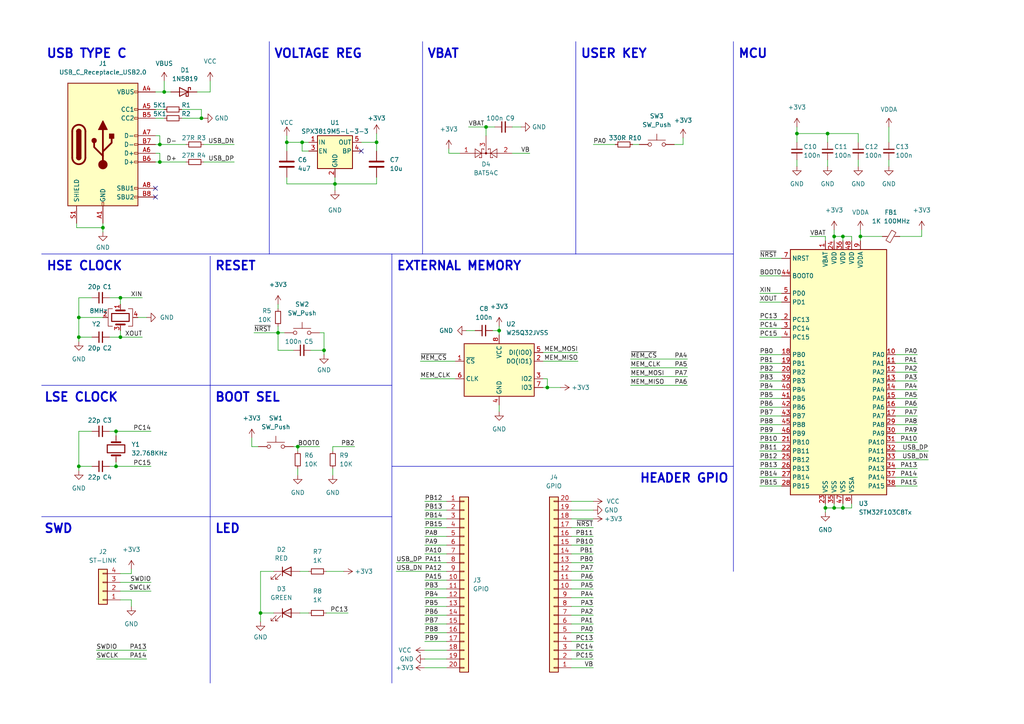
<source format=kicad_sch>
(kicad_sch (version 20230121) (generator eeschema)
  (paper "A4")
  (title_block (title "STM32 PICO PILL ") (date "2023-02-05") (rev "1.0"))
  (lib_symbols
    (symbol "Connector:USB_C_Receptacle_USB2.0" (pin_names (offset 1.016))
      (property "Reference" "J" (at -10.16 19.05 0))
      (property "Value" "USB_C_Receptacle_USB2.0" (at 19.05 19.05 0))
      (symbol "USB_C_Receptacle_USB2.0_1_1"
        (pin passive line (at 0 -22.86 90) (length 5.08) (name "GND") (number "A1"))
        (pin passive line (at 0 -22.86 90) (length 5.08) hide (name "GND") (number "A12"))
        (pin passive line (at 15.24 15.24 180) (length 5.08) (name "VBUS") (number "A4"))
        (pin bidirectional line (at 15.24 10.16 180) (length 5.08) (name "CC1") (number "A5"))
        (pin bidirectional line (at 15.24 -2.54 180) (length 5.08) (name "D+") (number "A6"))
        (pin bidirectional line (at 15.24 2.54 180) (length 5.08) (name "D-") (number "A7"))
        (pin bidirectional line (at 15.24 -12.7 180) (length 5.08) (name "SBU1") (number "A8"))
        (pin passive line (at 15.24 15.24 180) (length 5.08) hide (name "VBUS") (number "A9"))
        (pin passive line (at 0 -22.86 90) (length 5.08) hide (name "GND") (number "B1"))
        (pin passive line (at 0 -22.86 90) (length 5.08) hide (name "GND") (number "B12"))
        (pin passive line (at 15.24 15.24 180) (length 5.08) hide (name "VBUS") (number "B4"))
        (pin bidirectional line (at 15.24 7.62 180) (length 5.08) (name "CC2") (number "B5"))
        (pin bidirectional line (at 15.24 -5.08 180) (length 5.08) (name "D+") (number "B6"))
        (pin bidirectional line (at 15.24 0 180) (length 5.08) (name "D-") (number "B7"))
        (pin bidirectional line (at 15.24 -15.24 180) (length 5.08) (name "SBU2") (number "B8"))
        (pin passive line (at 15.24 15.24 180) (length 5.08) hide (name "VBUS") (number "B9"))
        (pin passive line (at -7.62 -22.86 90) (length 5.08) (name "SHIELD") (number "S1"))
      )
    )
    (symbol "Connector_Generic:Conn_01x04" (pin_names (offset 1.016) hide)
      (property "Reference" "J" (at 0 5.08 0))
      (property "Value" "Conn_01x04" (at 0 -7.62 0))
      (symbol "Conn_01x04_1_1"
        (pin passive line (at -5.08 2.54 0) (length 3.81) (name "Pin_1") (number "1"))
        (pin passive line (at -5.08 0 0) (length 3.81) (name "Pin_2") (number "2"))
        (pin passive line (at -5.08 -2.54 0) (length 3.81) (name "Pin_3") (number "3"))
        (pin passive line (at -5.08 -5.08 0) (length 3.81) (name "Pin_4") (number "4"))
      )
    )
    (symbol "Connector_Generic:Conn_01x20" (pin_names (offset 1.016) hide)
      (property "Reference" "J" (at 0 25.4 0))
      (property "Value" "Conn_01x20" (at 0 -27.94 0))
      (symbol "Conn_01x20_1_1"
        (pin passive line (at -5.08 22.86 0) (length 3.81) (name "Pin_1") (number "1"))
        (pin passive line (at -5.08 0 0) (length 3.81) (name "Pin_10") (number "10"))
        (pin passive line (at -5.08 -2.54 0) (length 3.81) (name "Pin_11") (number "11"))
        (pin passive line (at -5.08 -5.08 0) (length 3.81) (name "Pin_12") (number "12"))
        (pin passive line (at -5.08 -7.62 0) (length 3.81) (name "Pin_13") (number "13"))
        (pin passive line (at -5.08 -10.16 0) (length 3.81) (name "Pin_14") (number "14"))
        (pin passive line (at -5.08 -12.7 0) (length 3.81) (name "Pin_15") (number "15"))
        (pin passive line (at -5.08 -15.24 0) (length 3.81) (name "Pin_16") (number "16"))
        (pin passive line (at -5.08 -17.78 0) (length 3.81) (name "Pin_17") (number "17"))
        (pin passive line (at -5.08 -20.32 0) (length 3.81) (name "Pin_18") (number "18"))
        (pin passive line (at -5.08 -22.86 0) (length 3.81) (name "Pin_19") (number "19"))
        (pin passive line (at -5.08 20.32 0) (length 3.81) (name "Pin_2") (number "2"))
        (pin passive line (at -5.08 -25.4 0) (length 3.81) (name "Pin_20") (number "20"))
        (pin passive line (at -5.08 17.78 0) (length 3.81) (name "Pin_3") (number "3"))
        (pin passive line (at -5.08 15.24 0) (length 3.81) (name "Pin_4") (number "4"))
        (pin passive line (at -5.08 12.7 0) (length 3.81) (name "Pin_5") (number "5"))
        (pin passive line (at -5.08 10.16 0) (length 3.81) (name "Pin_6") (number "6"))
        (pin passive line (at -5.08 7.62 0) (length 3.81) (name "Pin_7") (number "7"))
        (pin passive line (at -5.08 5.08 0) (length 3.81) (name "Pin_8") (number "8"))
        (pin passive line (at -5.08 2.54 0) (length 3.81) (name "Pin_9") (number "9"))
      )
    )
    (symbol "Device:C" (pin_numbers hide) (pin_names (offset 0.254))
      (property "Reference" "C" (at 0.635 2.54 0))
      (property "Value" "C" (at 0.635 -2.54 0))
      (symbol "C_1_1"
        (pin passive line (at 0 3.81 270) (length 2.794) (name "~") (number "1"))
        (pin passive line (at 0 -3.81 90) (length 2.794) (name "~") (number "2"))
      )
    )
    (symbol "Device:C_Small" (pin_numbers hide) (pin_names (offset 0.254) hide)
      (property "Reference" "C" (at 0.254 1.778 0))
      (property "Value" "C_Small" (at 0.254 -2.032 0))
      (symbol "C_Small_1_1"
        (pin passive line (at 0 2.54 270) (length 2.032) (name "~") (number "1"))
        (pin passive line (at 0 -2.54 90) (length 2.032) (name "~") (number "2"))
      )
    )
    (symbol "Device:Crystal" (pin_numbers hide) (pin_names (offset 1.016) hide)
      (property "Reference" "Y" (at 0 3.81 0))
      (property "Value" "Crystal" (at 0 -3.81 0))
      (symbol "Crystal_1_1"
        (pin passive line (at -3.81 0 0) (length 1.27) (name "1") (number "1"))
        (pin passive line (at 3.81 0 180) (length 1.27) (name "2") (number "2"))
      )
    )
    (symbol "Device:Crystal_GND24" (pin_names (offset 1.016) hide)
      (property "Reference" "Y" (at 3.175 5.08 0))
      (property "Value" "Crystal_GND24" (at 3.175 3.175 0))
      (symbol "Crystal_GND24_1_1"
        (pin passive line (at -3.81 0 0) (length 1.27) (name "1") (number "1"))
        (pin passive line (at 0 5.08 270) (length 1.27) (name "2") (number "2"))
        (pin passive line (at 3.81 0 180) (length 1.27) (name "3") (number "3"))
        (pin passive line (at 0 -5.08 90) (length 1.27) (name "4") (number "4"))
      )
    )
    (symbol "Device:FerriteBead_Small" (pin_numbers hide) (pin_names (offset 0))
      (property "Reference" "FB" (at 1.905 1.27 0))
      (property "Value" "FerriteBead_Small" (at 1.905 -1.27 0))
      (symbol "FerriteBead_Small_1_1"
        (pin passive line (at 0 2.54 270) (length 1.27) (name "~") (number "1"))
        (pin passive line (at 0 -2.54 90) (length 1.27) (name "~") (number "2"))
      )
    )
    (symbol "Device:LED" (pin_numbers hide) (pin_names (offset 1.016) hide)
      (property "Reference" "D" (at 0 2.54 0))
      (property "Value" "LED" (at 0 -2.54 0))
      (symbol "LED_1_1"
        (pin passive line (at -3.81 0 0) (length 2.54) (name "K") (number "1"))
        (pin passive line (at 3.81 0 180) (length 2.54) (name "A") (number "2"))
      )
    )
    (symbol "Device:R_Small" (pin_numbers hide) (pin_names (offset 0.254) hide)
      (property "Reference" "R" (at 0.762 0.508 0))
      (property "Value" "R_Small" (at 0.762 -1.016 0))
      (symbol "R_Small_1_1"
        (pin passive line (at 0 2.54 270) (length 0.762) (name "~") (number "1"))
        (pin passive line (at 0 -2.54 90) (length 0.762) (name "~") (number "2"))
      )
    )
    (symbol "Diode:1N5819" (pin_numbers hide) (pin_names (offset 1.016) hide)
      (property "Reference" "D" (at 0 2.54 0))
      (property "Value" "1N5819" (at 0 -2.54 0))
      (symbol "1N5819_1_1"
        (pin passive line (at -3.81 0 0) (length 2.54) (name "K") (number "1"))
        (pin passive line (at 3.81 0 180) (length 2.54) (name "A") (number "2"))
      )
    )
    (symbol "Diode:BAT54C" (pin_names (offset 1.016))
      (property "Reference" "D" (at 0.635 -3.81 0))
      (property "Value" "BAT54C" (at -6.35 3.175 0))
      (symbol "BAT54C_1_1"
        (pin passive line (at -7.62 0 0) (length 3.81) (name "~") (number "1"))
        (pin passive line (at 7.62 0 180) (length 3.81) (name "~") (number "2"))
        (pin passive line (at 0 -5.08 90) (length 5.08) (name "~") (number "3"))
      )
    )
    (symbol "MCU_ST_STM32F1:STM32F103C8Tx"
      (property "Reference" "U" (at -15.24 36.83 0))
      (property "Value" "STM32F103C8Tx" (at 7.62 36.83 0))
      (symbol "STM32F103C8Tx_1_1"
        (pin power_in line (at -5.08 38.1 270) (length 2.54) (name "VBAT") (number "1"))
        (pin bidirectional line (at 15.24 5.08 180) (length 2.54) (name "PA0") (number "10"))
        (pin bidirectional line (at 15.24 2.54 180) (length 2.54) (name "PA1") (number "11"))
        (pin bidirectional line (at 15.24 0 180) (length 2.54) (name "PA2") (number "12"))
        (pin bidirectional line (at 15.24 -2.54 180) (length 2.54) (name "PA3") (number "13"))
        (pin bidirectional line (at 15.24 -5.08 180) (length 2.54) (name "PA4") (number "14"))
        (pin bidirectional line (at 15.24 -7.62 180) (length 2.54) (name "PA5") (number "15"))
        (pin bidirectional line (at 15.24 -10.16 180) (length 2.54) (name "PA6") (number "16"))
        (pin bidirectional line (at 15.24 -12.7 180) (length 2.54) (name "PA7") (number "17"))
        (pin bidirectional line (at -17.78 5.08 0) (length 2.54) (name "PB0") (number "18"))
        (pin bidirectional line (at -17.78 2.54 0) (length 2.54) (name "PB1") (number "19"))
        (pin bidirectional line (at -17.78 15.24 0) (length 2.54) (name "PC13") (number "2"))
        (pin bidirectional line (at -17.78 0 0) (length 2.54) (name "PB2") (number "20"))
        (pin bidirectional line (at -17.78 -20.32 0) (length 2.54) (name "PB10") (number "21"))
        (pin bidirectional line (at -17.78 -22.86 0) (length 2.54) (name "PB11") (number "22"))
        (pin power_in line (at -5.08 -38.1 90) (length 2.54) (name "VSS") (number "23"))
        (pin power_in line (at -2.54 38.1 270) (length 2.54) (name "VDD") (number "24"))
        (pin bidirectional line (at -17.78 -25.4 0) (length 2.54) (name "PB12") (number "25"))
        (pin bidirectional line (at -17.78 -27.94 0) (length 2.54) (name "PB13") (number "26"))
        (pin bidirectional line (at -17.78 -30.48 0) (length 2.54) (name "PB14") (number "27"))
        (pin bidirectional line (at -17.78 -33.02 0) (length 2.54) (name "PB15") (number "28"))
        (pin bidirectional line (at 15.24 -15.24 180) (length 2.54) (name "PA8") (number "29"))
        (pin bidirectional line (at -17.78 12.7 0) (length 2.54) (name "PC14") (number "3"))
        (pin bidirectional line (at 15.24 -17.78 180) (length 2.54) (name "PA9") (number "30"))
        (pin bidirectional line (at 15.24 -20.32 180) (length 2.54) (name "PA10") (number "31"))
        (pin bidirectional line (at 15.24 -22.86 180) (length 2.54) (name "PA11") (number "32"))
        (pin bidirectional line (at 15.24 -25.4 180) (length 2.54) (name "PA12") (number "33"))
        (pin bidirectional line (at 15.24 -27.94 180) (length 2.54) (name "PA13") (number "34"))
        (pin power_in line (at -2.54 -38.1 90) (length 2.54) (name "VSS") (number "35"))
        (pin power_in line (at 0 38.1 270) (length 2.54) (name "VDD") (number "36"))
        (pin bidirectional line (at 15.24 -30.48 180) (length 2.54) (name "PA14") (number "37"))
        (pin bidirectional line (at 15.24 -33.02 180) (length 2.54) (name "PA15") (number "38"))
        (pin bidirectional line (at -17.78 -2.54 0) (length 2.54) (name "PB3") (number "39"))
        (pin bidirectional line (at -17.78 10.16 0) (length 2.54) (name "PC15") (number "4"))
        (pin bidirectional line (at -17.78 -5.08 0) (length 2.54) (name "PB4") (number "40"))
        (pin bidirectional line (at -17.78 -7.62 0) (length 2.54) (name "PB5") (number "41"))
        (pin bidirectional line (at -17.78 -10.16 0) (length 2.54) (name "PB6") (number "42"))
        (pin bidirectional line (at -17.78 -12.7 0) (length 2.54) (name "PB7") (number "43"))
        (pin input line (at -17.78 27.94 0) (length 2.54) (name "BOOT0") (number "44"))
        (pin bidirectional line (at -17.78 -15.24 0) (length 2.54) (name "PB8") (number "45"))
        (pin bidirectional line (at -17.78 -17.78 0) (length 2.54) (name "PB9") (number "46"))
        (pin power_in line (at 0 -38.1 90) (length 2.54) (name "VSS") (number "47"))
        (pin power_in line (at 2.54 38.1 270) (length 2.54) (name "VDD") (number "48"))
        (pin input line (at -17.78 22.86 0) (length 2.54) (name "PD0") (number "5"))
        (pin input line (at -17.78 20.32 0) (length 2.54) (name "PD1") (number "6"))
        (pin input line (at -17.78 33.02 0) (length 2.54) (name "NRST") (number "7"))
        (pin power_in line (at 2.54 -38.1 90) (length 2.54) (name "VSSA") (number "8"))
        (pin power_in line (at 5.08 38.1 270) (length 2.54) (name "VDDA") (number "9"))
      )
    )
    (symbol "Memory_Flash:W25Q32JVSS"
      (property "Reference" "U" (at -8.89 8.89 0))
      (property "Value" "W25Q32JVSS" (at 7.62 8.89 0))
      (symbol "W25Q32JVSS_1_1"
        (pin input line (at -12.7 2.54 0) (length 2.54) (name "~{CS}") (number "1"))
        (pin bidirectional line (at 12.7 2.54 180) (length 2.54) (name "DO(IO1)") (number "2"))
        (pin bidirectional line (at 12.7 -2.54 180) (length 2.54) (name "IO2") (number "3"))
        (pin power_in line (at 0 -10.16 90) (length 2.54) (name "GND") (number "4"))
        (pin bidirectional line (at 12.7 5.08 180) (length 2.54) (name "DI(IO0)") (number "5"))
        (pin input line (at -12.7 -2.54 0) (length 2.54) (name "CLK") (number "6"))
        (pin bidirectional line (at 12.7 -5.08 180) (length 2.54) (name "IO3") (number "7"))
        (pin power_in line (at 0 10.16 270) (length 2.54) (name "VCC") (number "8"))
      )
    )
    (symbol "Regulator_Linear:SPX3819M5-L-3-3" (pin_names (offset 0.254))
      (property "Reference" "U" (at -3.81 5.715 0))
      (property "Value" "SPX3819M5-L-3-3" (at 0 5.715 0))
      (symbol "SPX3819M5-L-3-3_1_1"
        (pin power_in line (at -7.62 2.54 0) (length 2.54) (name "IN") (number "1"))
        (pin power_in line (at 0 -7.62 90) (length 2.54) (name "GND") (number "2"))
        (pin input line (at -7.62 0 0) (length 2.54) (name "EN") (number "3"))
        (pin input line (at 7.62 0 180) (length 2.54) (name "BP") (number "4"))
        (pin power_out line (at 7.62 2.54 180) (length 2.54) (name "OUT") (number "5"))
      )
    )
    (symbol "Switch:SW_Push" (pin_numbers hide) (pin_names (offset 1.016) hide)
      (property "Reference" "SW" (at 1.27 2.54 0))
      (property "Value" "SW_Push" (at 0 -1.524 0))
      (symbol "SW_Push_0_1"
        (pin passive line (at -5.08 0 0) (length 2.54) (name "1") (number "1"))
        (pin passive line (at 5.08 0 180) (length 2.54) (name "2") (number "2"))
      )
    )
    (symbol "power:+3V3" (power) (pin_names (offset 0))
      (property "Value" "+3V3" (at 0 3.556 0))
      (symbol "+3V3_1_1"
        (pin power_in line (at 0 0 90) (length 0) hide (name "+3V3") (number "1"))
      )
    )
    (symbol "power:GND" (power) (pin_names (offset 0))
      (property "Value" "GND" (at 0 -3.81 0))
      (symbol "GND_1_1"
        (pin power_in line (at 0 0 270) (length 0) hide (name "GND") (number "1"))
      )
    )
    (symbol "power:VBUS" (power) (pin_names (offset 0))
      (property "Value" "VBUS" (at 0 3.81 0))
      (symbol "VBUS_1_1"
        (pin power_in line (at 0 0 90) (length 0) hide (name "VBUS") (number "1"))
      )
    )
    (symbol "power:VCC" (power) (pin_names (offset 0))
      (property "Value" "VCC" (at 0 3.81 0))
      (symbol "VCC_1_1"
        (pin power_in line (at 0 0 90) (length 0) hide (name "VCC") (number "1"))
      )
    )
    (symbol "power:VDDA" (power) (pin_names (offset 0))
      (property "Value" "VDDA" (at 0 3.81 0))
      (symbol "VDDA_1_1"
        (pin power_in line (at 0 0 90) (length 0) hide (name "VDDA") (number "1"))
      )
    )
  )
  (junction (at 80.645 96.52))
  (junction (at 83.185 41.275))
  (junction (at 158.75 112.395))
  (junction (at 34.925 86.36))
  (junction (at 241.935 147.32))
  (junction (at 34.925 97.79))
  (junction (at 47.625 26.67))
  (junction (at 46.355 41.91))
  (junction (at 75.565 177.8))
  (junction (at 244.475 68.58))
  (junction (at 22.86 135.255))
  (junction (at 140.97 36.83))
  (junction (at 33.655 125.095))
  (junction (at 231.14 38.735))
  (junction (at 87.63 41.275))
  (junction (at 97.155 53.34))
  (junction (at 29.845 66.04))
  (junction (at 249.555 68.58))
  (junction (at 240.03 38.735))
  (junction (at 109.22 41.275))
  (junction (at 58.42 34.29))
  (junction (at 241.935 68.58))
  (junction (at 22.86 92.075))
  (junction (at 86.36 129.54))
  (junction (at 46.355 46.99))
  (junction (at 144.78 95.885))
  (junction (at 93.98 101.6))
  (junction (at 244.475 147.32))
  (junction (at 22.86 97.79))
  (junction (at 33.655 135.255))
  (junction (at 239.395 147.32))
  (no_connect (at 45.085 54.61))
  (no_connect (at 45.085 57.15))
  (no_connect (at 104.775 43.815))
  (wire (pts (xy 34.925 166.37) (xy 38.1 166.37)))
  (wire (pts (xy 165.735 168.275) (xy 172.085 168.275)))
  (wire (pts (xy 172.085 147.955) (xy 165.735 147.955)))
  (wire (pts (xy 31.75 97.79) (xy 34.925 97.79)))
  (wire (pts (xy 259.715 128.27) (xy 266.065 128.27)))
  (wire (pts (xy 123.19 178.435) (xy 129.54 178.435)))
  (wire (pts (xy 140.97 36.83) (xy 143.51 36.83)))
  (wire (pts (xy 45.085 41.91) (xy 46.355 41.91)))
  (wire (pts (xy 86.995 165.735) (xy 89.535 165.735)))
  (wire (pts (xy 130.175 43.18) (xy 130.175 44.45)))
  (wire (pts (xy 239.395 68.58) (xy 239.395 69.85)))
  (wire (pts (xy 73.025 129.54) (xy 74.93 129.54)))
  (wire (pts (xy 94.615 165.735) (xy 99.695 165.735)))
  (polyline (pts (xy 60.96 74.295) (xy 60.96 198.12)))
  (wire (pts (xy 83.185 41.275) (xy 83.185 43.815)))
  (wire (pts (xy 59.055 41.91) (xy 67.945 41.91)))
  (wire (pts (xy 220.345 85.09) (xy 226.695 85.09)))
  (wire (pts (xy 45.085 44.45) (xy 46.355 44.45)))
  (wire (pts (xy 34.925 173.99) (xy 38.1 173.99)))
  (wire (pts (xy 259.715 113.03) (xy 266.065 113.03)))
  (wire (pts (xy 231.14 46.355) (xy 231.14 48.26)))
  (wire (pts (xy 114.935 163.195) (xy 129.54 163.195)))
  (wire (pts (xy 121.92 109.855) (xy 132.08 109.855)))
  (wire (pts (xy 34.925 97.79) (xy 34.925 95.885)))
  (wire (pts (xy 22.86 97.79) (xy 26.67 97.79)))
  (wire (pts (xy 148.59 36.83) (xy 151.13 36.83)))
  (wire (pts (xy 259.715 135.89) (xy 266.065 135.89)))
  (wire (pts (xy 80.645 94.615) (xy 80.645 96.52)))
  (wire (pts (xy 249.555 68.58) (xy 249.555 69.85)))
  (wire (pts (xy 46.355 46.99) (xy 53.975 46.99)))
  (wire (pts (xy 259.715 140.97) (xy 266.065 140.97)))
  (wire (pts (xy 259.715 123.19) (xy 266.065 123.19)))
  (wire (pts (xy 90.17 101.6) (xy 93.98 101.6)))
  (wire (pts (xy 165.735 165.735) (xy 172.085 165.735)))
  (wire (pts (xy 172.085 188.595) (xy 165.735 188.595)))
  (wire (pts (xy 38.1 166.37) (xy 38.1 165.1)))
  (wire (pts (xy 248.92 38.735) (xy 248.92 41.275)))
  (wire (pts (xy 86.36 135.89) (xy 86.36 137.795)))
  (wire (pts (xy 123.19 188.595) (xy 129.54 188.595)))
  (wire (pts (xy 58.42 34.29) (xy 59.055 34.29)))
  (wire (pts (xy 22.86 97.79) (xy 22.86 99.06)))
  (wire (pts (xy 123.19 145.415) (xy 129.54 145.415)))
  (wire (pts (xy 114.935 165.735) (xy 129.54 165.735)))
  (polyline (pts (xy 12.065 73.66) (xy 212.725 73.66)))
  (wire (pts (xy 240.03 46.355) (xy 240.03 48.26)))
  (wire (pts (xy 157.48 109.855) (xy 158.75 109.855)))
  (wire (pts (xy 260.985 68.58) (xy 267.335 68.58)))
  (wire (pts (xy 220.345 87.63) (xy 226.695 87.63)))
  (wire (pts (xy 198.12 41.91) (xy 198.12 40.005)))
  (wire (pts (xy 158.75 112.395) (xy 162.56 112.395)))
  (wire (pts (xy 52.705 31.75) (xy 58.42 31.75)))
  (wire (pts (xy 259.715 105.41) (xy 266.065 105.41)))
  (wire (pts (xy 220.345 125.73) (xy 226.695 125.73)))
  (wire (pts (xy 93.98 101.6) (xy 93.98 102.87)))
  (wire (pts (xy 31.75 135.255) (xy 33.655 135.255)))
  (wire (pts (xy 259.715 120.65) (xy 266.065 120.65)))
  (wire (pts (xy 97.155 53.34) (xy 97.155 55.245)))
  (wire (pts (xy 183.515 41.91) (xy 185.42 41.91)))
  (wire (pts (xy 22.86 92.075) (xy 22.86 97.79)))
  (wire (pts (xy 26.67 86.36) (xy 22.86 86.36)))
  (wire (pts (xy 234.95 68.58) (xy 239.395 68.58)))
  (wire (pts (xy 135.89 36.83) (xy 140.97 36.83)))
  (polyline (pts (xy 212.725 12.065) (xy 212.725 165.735)))
  (polyline (pts (xy 12.065 111.76) (xy 113.665 111.76)))
  (polyline (pts (xy 122.555 12.065) (xy 122.555 73.66)))
  (wire (pts (xy 172.085 145.415) (xy 165.735 145.415)))
  (wire (pts (xy 58.42 31.75) (xy 58.42 34.29)))
  (wire (pts (xy 123.19 186.055) (xy 129.54 186.055)))
  (wire (pts (xy 27.94 191.135) (xy 42.545 191.135)))
  (wire (pts (xy 93.98 96.52) (xy 93.98 101.6)))
  (polyline (pts (xy 113.665 135.255) (xy 212.725 135.255)))
  (wire (pts (xy 220.345 128.27) (xy 226.695 128.27)))
  (wire (pts (xy 52.705 34.29) (xy 58.42 34.29)))
  (wire (pts (xy 129.54 155.575) (xy 123.19 155.575)))
  (wire (pts (xy 244.475 147.32) (xy 241.935 147.32)))
  (wire (pts (xy 109.22 38.735) (xy 109.22 41.275)))
  (wire (pts (xy 129.54 160.655) (xy 123.19 160.655)))
  (wire (pts (xy 220.345 110.49) (xy 226.695 110.49)))
  (polyline (pts (xy 78.105 12.065) (xy 78.105 73.66)))
  (wire (pts (xy 172.085 150.495) (xy 165.735 150.495)))
  (wire (pts (xy 45.085 46.99) (xy 46.355 46.99)))
  (wire (pts (xy 259.715 118.11) (xy 266.065 118.11)))
  (wire (pts (xy 33.655 125.095) (xy 33.655 126.365)))
  (wire (pts (xy 123.19 150.495) (xy 129.54 150.495)))
  (polyline (pts (xy 113.665 73.66) (xy 113.665 198.12)))
  (wire (pts (xy 22.86 92.075) (xy 29.845 92.075)))
  (wire (pts (xy 96.52 135.89) (xy 96.52 137.795)))
  (wire (pts (xy 22.86 135.255) (xy 26.67 135.255)))
  (wire (pts (xy 86.36 129.54) (xy 86.36 130.81)))
  (wire (pts (xy 172.085 163.195) (xy 165.735 163.195)))
  (wire (pts (xy 165.735 180.975) (xy 172.085 180.975)))
  (wire (pts (xy 220.345 118.11) (xy 226.695 118.11)))
  (wire (pts (xy 165.735 173.355) (xy 172.085 173.355)))
  (wire (pts (xy 59.055 46.99) (xy 67.945 46.99)))
  (wire (pts (xy 220.345 105.41) (xy 226.695 105.41)))
  (wire (pts (xy 87.63 43.815) (xy 87.63 41.275)))
  (wire (pts (xy 43.815 171.45) (xy 34.925 171.45)))
  (wire (pts (xy 33.655 135.255) (xy 43.815 135.255)))
  (wire (pts (xy 29.845 66.04) (xy 29.845 67.31)))
  (wire (pts (xy 33.655 125.095) (xy 43.815 125.095)))
  (wire (pts (xy 75.565 177.8) (xy 79.375 177.8)))
  (wire (pts (xy 40.005 92.075) (xy 42.545 92.075)))
  (wire (pts (xy 22.225 64.77) (xy 22.225 66.04)))
  (wire (pts (xy 247.015 68.58) (xy 244.475 68.58)))
  (wire (pts (xy 123.19 153.035) (xy 129.54 153.035)))
  (wire (pts (xy 239.395 146.05) (xy 239.395 147.32)))
  (wire (pts (xy 220.345 102.87) (xy 226.695 102.87)))
  (wire (pts (xy 220.345 74.93) (xy 226.695 74.93)))
  (wire (pts (xy 45.085 31.75) (xy 47.625 31.75)))
  (wire (pts (xy 75.565 165.735) (xy 75.565 177.8)))
  (wire (pts (xy 123.19 180.975) (xy 129.54 180.975)))
  (wire (pts (xy 123.19 170.815) (xy 129.54 170.815)))
  (wire (pts (xy 259.715 125.73) (xy 266.065 125.73)))
  (wire (pts (xy 80.645 101.6) (xy 80.645 96.52)))
  (wire (pts (xy 109.22 51.435) (xy 109.22 53.34)))
  (wire (pts (xy 144.78 117.475) (xy 144.78 119.38)))
  (wire (pts (xy 123.19 183.515) (xy 129.54 183.515)))
  (wire (pts (xy 172.085 158.115) (xy 165.735 158.115)))
  (wire (pts (xy 96.52 129.54) (xy 102.87 129.54)))
  (wire (pts (xy 240.03 38.735) (xy 240.03 41.275)))
  (wire (pts (xy 220.345 123.19) (xy 226.695 123.19)))
  (wire (pts (xy 172.085 193.675) (xy 165.735 193.675)))
  (wire (pts (xy 231.14 38.735) (xy 231.14 41.275)))
  (wire (pts (xy 46.355 39.37) (xy 46.355 41.91)))
  (wire (pts (xy 34.925 86.36) (xy 34.925 88.265)))
  (wire (pts (xy 73.025 127) (xy 73.025 129.54)))
  (wire (pts (xy 249.555 66.675) (xy 249.555 68.58)))
  (wire (pts (xy 29.845 64.77) (xy 29.845 66.04)))
  (wire (pts (xy 45.085 34.29) (xy 47.625 34.29)))
  (wire (pts (xy 259.715 110.49) (xy 266.065 110.49)))
  (wire (pts (xy 259.715 102.87) (xy 266.065 102.87)))
  (wire (pts (xy 87.63 41.275) (xy 83.185 41.275)))
  (wire (pts (xy 26.67 125.095) (xy 22.86 125.095)))
  (wire (pts (xy 172.085 153.035) (xy 165.735 153.035)))
  (wire (pts (xy 75.565 177.8) (xy 75.565 180.34)))
  (wire (pts (xy 244.475 68.58) (xy 244.475 69.85)))
  (polyline (pts (xy 12.065 149.86) (xy 113.665 149.86)))
  (wire (pts (xy 45.085 39.37) (xy 46.355 39.37)))
  (wire (pts (xy 158.75 109.855) (xy 158.75 112.395)))
  (wire (pts (xy 220.345 80.01) (xy 226.695 80.01)))
  (wire (pts (xy 241.935 66.675) (xy 241.935 68.58)))
  (wire (pts (xy 259.715 133.35) (xy 269.24 133.35)))
  (wire (pts (xy 38.1 173.99) (xy 38.1 175.895)))
  (wire (pts (xy 220.345 133.35) (xy 226.695 133.35)))
  (wire (pts (xy 22.86 125.095) (xy 22.86 135.255)))
  (wire (pts (xy 109.22 41.275) (xy 109.22 43.815)))
  (wire (pts (xy 75.565 165.735) (xy 79.375 165.735)))
  (wire (pts (xy 121.92 104.775) (xy 132.08 104.775)))
  (wire (pts (xy 165.735 183.515) (xy 172.085 183.515)))
  (wire (pts (xy 220.345 140.97) (xy 226.695 140.97)))
  (wire (pts (xy 34.925 86.36) (xy 41.275 86.36)))
  (wire (pts (xy 247.015 146.05) (xy 247.015 147.32)))
  (wire (pts (xy 248.92 46.355) (xy 248.92 48.26)))
  (wire (pts (xy 46.355 44.45) (xy 46.355 46.99)))
  (polyline (pts (xy 167.005 12.065) (xy 167.005 73.66)))
  (wire (pts (xy 231.14 36.83) (xy 231.14 38.735)))
  (wire (pts (xy 267.335 68.58) (xy 267.335 66.675)))
  (wire (pts (xy 135.255 95.885) (xy 137.795 95.885)))
  (wire (pts (xy 43.815 168.91) (xy 34.925 168.91)))
  (wire (pts (xy 144.78 95.885) (xy 144.78 97.155)))
  (wire (pts (xy 97.155 51.435) (xy 97.155 53.34)))
  (wire (pts (xy 157.48 102.235) (xy 167.64 102.235)))
  (wire (pts (xy 22.86 135.255) (xy 22.86 136.525)))
  (wire (pts (xy 172.085 41.91) (xy 178.435 41.91)))
  (wire (pts (xy 129.54 158.115) (xy 123.19 158.115)))
  (wire (pts (xy 142.875 95.885) (xy 144.78 95.885)))
  (wire (pts (xy 172.085 186.055) (xy 165.735 186.055)))
  (wire (pts (xy 92.71 96.52) (xy 93.98 96.52)))
  (wire (pts (xy 89.535 41.275) (xy 87.63 41.275)))
  (wire (pts (xy 247.015 147.32) (xy 244.475 147.32)))
  (wire (pts (xy 96.52 129.54) (xy 96.52 130.81)))
  (wire (pts (xy 257.81 46.355) (xy 257.81 48.26)))
  (wire (pts (xy 80.645 96.52) (xy 82.55 96.52)))
  (wire (pts (xy 27.94 188.595) (xy 42.545 188.595)))
  (wire (pts (xy 123.19 191.135) (xy 129.54 191.135)))
  (wire (pts (xy 130.175 44.45) (xy 133.35 44.45)))
  (wire (pts (xy 80.645 88.265) (xy 80.645 89.535)))
  (wire (pts (xy 85.09 101.6) (xy 80.645 101.6)))
  (wire (pts (xy 231.14 38.735) (xy 240.03 38.735)))
  (wire (pts (xy 34.925 97.79) (xy 41.275 97.79)))
  (wire (pts (xy 22.86 86.36) (xy 22.86 92.075)))
  (wire (pts (xy 259.715 130.81) (xy 269.24 130.81)))
  (wire (pts (xy 220.345 107.95) (xy 226.695 107.95)))
  (wire (pts (xy 240.03 38.735) (xy 248.92 38.735)))
  (wire (pts (xy 259.715 115.57) (xy 266.065 115.57)))
  (wire (pts (xy 241.935 146.05) (xy 241.935 147.32)))
  (wire (pts (xy 247.015 69.85) (xy 247.015 68.58)))
  (wire (pts (xy 172.085 160.655) (xy 165.735 160.655)))
  (wire (pts (xy 73.66 96.52) (xy 80.645 96.52)))
  (wire (pts (xy 109.22 53.34) (xy 97.155 53.34)))
  (wire (pts (xy 47.625 26.67) (xy 49.53 26.67)))
  (wire (pts (xy 31.75 86.36) (xy 34.925 86.36)))
  (wire (pts (xy 195.58 41.91) (xy 198.12 41.91)))
  (wire (pts (xy 123.19 175.895) (xy 129.54 175.895)))
  (wire (pts (xy 241.935 147.32) (xy 239.395 147.32)))
  (wire (pts (xy 86.36 129.54) (xy 92.71 129.54)))
  (wire (pts (xy 89.535 43.815) (xy 87.63 43.815)))
  (wire (pts (xy 165.735 170.815) (xy 172.085 170.815)))
  (wire (pts (xy 129.54 168.275) (xy 123.19 168.275)))
  (wire (pts (xy 249.555 68.58) (xy 255.905 68.58)))
  (wire (pts (xy 83.185 39.37) (xy 83.185 41.275)))
  (wire (pts (xy 104.775 41.275) (xy 109.22 41.275)))
  (wire (pts (xy 85.09 129.54) (xy 86.36 129.54)))
  (wire (pts (xy 83.185 53.34) (xy 97.155 53.34)))
  (wire (pts (xy 259.715 138.43) (xy 266.065 138.43)))
  (wire (pts (xy 22.225 66.04) (xy 29.845 66.04)))
  (wire (pts (xy 140.97 36.83) (xy 140.97 39.37)))
  (wire (pts (xy 46.355 41.91) (xy 53.975 41.91)))
  (wire (pts (xy 244.475 68.58) (xy 241.935 68.58)))
  (wire (pts (xy 182.88 109.22) (xy 199.39 109.22)))
  (wire (pts (xy 172.085 191.135) (xy 165.735 191.135)))
  (wire (pts (xy 220.345 130.81) (xy 226.695 130.81)))
  (wire (pts (xy 220.345 138.43) (xy 226.695 138.43)))
  (wire (pts (xy 144.78 94.615) (xy 144.78 95.885)))
  (wire (pts (xy 45.085 26.67) (xy 47.625 26.67)))
  (wire (pts (xy 182.88 111.76) (xy 199.39 111.76)))
  (wire (pts (xy 239.395 147.32) (xy 239.395 148.59)))
  (wire (pts (xy 241.935 68.58) (xy 241.935 69.85)))
  (wire (pts (xy 182.88 104.14) (xy 199.39 104.14)))
  (wire (pts (xy 148.59 44.45) (xy 153.67 44.45)))
  (wire (pts (xy 257.81 36.83) (xy 257.81 41.275)))
  (wire (pts (xy 182.88 106.68) (xy 199.39 106.68)))
  (wire (pts (xy 60.96 26.67) (xy 60.96 23.495)))
  (wire (pts (xy 220.345 120.65) (xy 226.695 120.65)))
  (wire (pts (xy 220.345 135.89) (xy 226.695 135.89)))
  (wire (pts (xy 220.345 92.71) (xy 226.695 92.71)))
  (wire (pts (xy 220.345 97.79) (xy 226.695 97.79)))
  (wire (pts (xy 31.75 125.095) (xy 33.655 125.095)))
  (wire (pts (xy 158.75 112.395) (xy 157.48 112.395)))
  (wire (pts (xy 259.715 107.95) (xy 266.065 107.95)))
  (wire (pts (xy 86.995 177.8) (xy 89.535 177.8)))
  (wire (pts (xy 172.085 155.575) (xy 165.735 155.575)))
  (wire (pts (xy 220.345 113.03) (xy 226.695 113.03)))
  (wire (pts (xy 123.19 173.355) (xy 129.54 173.355)))
  (wire (pts (xy 83.185 51.435) (xy 83.185 53.34)))
  (wire (pts (xy 165.735 175.895) (xy 172.085 175.895)))
  (wire (pts (xy 57.15 26.67) (xy 60.96 26.67)))
  (wire (pts (xy 123.19 147.955) (xy 129.54 147.955)))
  (wire (pts (xy 123.19 193.675) (xy 129.54 193.675)))
  (wire (pts (xy 47.625 26.67) (xy 47.625 23.495)))
  (wire (pts (xy 94.615 177.8) (xy 100.965 177.8)))
  (wire (pts (xy 220.345 115.57) (xy 226.695 115.57)))
  (wire (pts (xy 220.345 95.25) (xy 226.695 95.25)))
  (wire (pts (xy 244.475 146.05) (xy 244.475 147.32)))
  (wire (pts (xy 165.735 178.435) (xy 172.085 178.435)))
  (wire (pts (xy 157.48 104.775) (xy 167.64 104.775)))
  (wire (pts (xy 33.655 135.255) (xy 33.655 133.985)))
  (text "MCU" (at 213.995 17.145 0) (effects (font (size 2.54 2.54) (thickness 0.508) bold) (justify left bottom)))
  (text "RESET" (at 62.23 78.74 0) (effects (font (size 2.54 2.54) (thickness 0.508) bold) (justify left bottom)))
  (text "BOOT SEL" (at 62.23 116.84 0) (effects (font (size 2.54 2.54) (thickness 0.508) bold) (justify left bottom)))
  (text "HEADER GPIO" (at 185.42 140.335 0) (effects (font (size 2.54 2.54) (thickness 0.508) bold) (justify left bottom)))
  (text "EXTERNAL MEMORY" (at 114.935 78.74 0) (effects (font (size 2.54 2.54) (thickness 0.508) bold) (justify left bottom)))
  (text "VOLTAGE REG" (at 79.375 17.145 0) (effects (font (size 2.54 2.54) (thickness 0.508) bold) (justify left bottom)))
  (text "VBAT" (at 123.825 17.145 0) (effects (font (size 2.54 2.54) (thickness 0.508) bold) (justify left bottom)))
  (text "SWD" (at 12.7 154.94 0) (effects (font (size 2.54 2.54) (thickness 0.508) bold) (justify left bottom)))
  (text "USB TYPE C" (at 13.335 17.145 0) (effects (font (size 2.54 2.54) (thickness 0.508) bold) (justify left bottom)))
  (text "LED" (at 62.23 154.94 0) (effects (font (size 2.54 2.54) (thickness 0.508) bold) (justify left bottom)))
  (text "HSE CLOCK" (at 13.335 78.74 0) (effects (font (size 2.54 2.54) (thickness 0.508) bold) (justify left bottom)))
  (text "USER KEY" (at 168.275 17.145 0) (effects (font (size 2.54 2.54) (thickness 0.508) bold) (justify left bottom)))
  (text "LSE CLOCK" (at 12.7 116.84 0) (effects (font (size 2.54 2.54) (thickness 0.508) bold) (justify left bottom)))
  (label "~{MEM_CS}" (at 182.88 104.14 0))
  (label "PB15" (at 220.345 140.97 0))
  (label "PA3" (at 266.065 110.49 180))
  (label "PA6" (at 266.065 118.11 180))
  (label "PB2" (at 102.87 129.54 180))
  (label "SWDIO" (at 27.94 188.595 0))
  (label "PB3" (at 123.19 170.815 0))
  (label "PB7" (at 220.345 120.65 0))
  (label "PA10" (at 123.19 160.655 0))
  (label "PC13" (at 172.085 186.055 180))
  (label "PC13" (at 100.965 177.8 180))
  (label "PB9" (at 123.19 186.055 0))
  (label "MEM_MISO" (at 182.88 111.76 0))
  (label "PA2" (at 172.085 178.435 180))
  (label "PB1" (at 220.345 105.41 0))
  (label "PA5" (at 172.085 170.815 180))
  (label "PB2" (at 220.345 107.95 0))
  (label "PA14" (at 42.545 191.135 180))
  (label "PA7" (at 266.065 120.65 180))
  (label "PA4" (at 172.085 173.355 180))
  (label "XIN" (at 41.275 86.36 180))
  (label "PA4" (at 266.065 113.03 180))
  (label "PB6" (at 220.345 118.11 0))
  (label "PC14" (at 220.345 95.25 0))
  (label "PB13" (at 123.19 147.955 0))
  (label "PB15" (at 123.19 153.035 0))
  (label "PA0" (at 172.085 183.515 180))
  (label "PC15" (at 172.085 191.135 180))
  (label "PA10" (at 266.065 128.27 180))
  (label "PC13" (at 220.345 92.71 0))
  (label "PB3" (at 220.345 110.49 0))
  (label "PA2" (at 266.065 107.95 180))
  (label "PB10" (at 220.345 128.27 0))
  (label "PB13" (at 220.345 135.89 0))
  (label "PB8" (at 220.345 123.19 0))
  (label "PB11" (at 220.345 130.81 0))
  (label "USB_DP" (at 269.24 130.81 180))
  (label "PA6" (at 172.085 168.275 180))
  (label "USB_DN" (at 67.945 41.91 180))
  (label "SWCLK" (at 27.94 191.135 0))
  (label "PB6" (at 123.19 178.435 0))
  (label "PB11" (at 172.085 155.575 180))
  (label "PA7" (at 172.085 165.735 180))
  (label "PB0" (at 220.345 102.87 0))
  (label "BOOT0" (at 220.345 80.01 0))
  (label "PC15" (at 43.815 135.255 180))
  (label "USB_DN" (at 114.935 165.735 0))
  (label "PA7" (at 199.39 109.22 180))
  (label "PB14" (at 123.19 150.495 0))
  (label "PA8" (at 266.065 123.19 180))
  (label "PB4" (at 220.345 113.03 0))
  (label "~{NRST}" (at 73.66 96.52 0))
  (label "PC14" (at 172.085 188.595 180))
  (label "PA9" (at 266.065 125.73 180))
  (label "PC15" (at 220.345 97.79 0))
  (label "PA6" (at 199.39 111.76 180))
  (label "USB_DN" (at 269.24 133.35 180))
  (label "VB" (at 172.085 193.675 180))
  (label "PB4" (at 123.19 173.355 0))
  (label "PA4" (at 199.39 104.14 180))
  (label "PA0" (at 172.085 41.91 0))
  (label "XIN" (at 220.345 85.09 0))
  (label "PB9" (at 220.345 125.73 0))
  (label "PA3" (at 172.085 175.895 180))
  (label "USB_DP" (at 67.945 46.99 180))
  (label "MEM_MOSI" (at 182.88 109.22 0))
  (label "PA5" (at 266.065 115.57 180))
  (label "D-" (at 48.26 41.91 0))
  (label "PB10" (at 172.085 158.115 180))
  (label "PA15" (at 266.065 140.97 180))
  (label "PA11" (at 123.19 163.195 0))
  (label "PB5" (at 220.345 115.57 0))
  (label "MEM_CLK" (at 121.92 109.855 0))
  (label "USB_DP" (at 114.935 163.195 0))
  (label "BOOT0" (at 92.71 129.54 180))
  (label "MEM_MISO" (at 167.64 104.775 180))
  (label "SWDIO" (at 43.815 168.91 180))
  (label "PB12" (at 123.19 145.415 0))
  (label "PA15" (at 123.19 168.275 0))
  (label "PB5" (at 123.19 175.895 0))
  (label "PA12" (at 123.19 165.735 0))
  (label "PB1" (at 172.085 160.655 180))
  (label "PB12" (at 220.345 133.35 0))
  (label "D+" (at 48.26 46.99 0))
  (label "VBAT" (at 135.89 36.83 0))
  (label "PA1" (at 266.065 105.41 180))
  (label "PA13" (at 266.065 135.89 180))
  (label "PA8" (at 123.19 155.575 0))
  (label "PB14" (at 220.345 138.43 0))
  (label "VBAT" (at 234.95 68.58 0))
  (label "~{NRST}" (at 220.345 74.93 0))
  (label "PA14" (at 266.065 138.43 180))
  (label "MEM_MOSI" (at 167.64 102.235 180))
  (label "~{MEM_CS}" (at 121.92 104.775 0))
  (label "PA5" (at 199.39 106.68 180))
  (label "PB0" (at 172.085 163.195 180))
  (label "~{NRST}" (at 172.085 153.035 180))
  (label "MEM_CLK" (at 182.88 106.68 0))
  (label "XOUT" (at 41.275 97.79 180))
  (label "VB" (at 153.67 44.45 180))
  (label "PA13" (at 42.545 188.595 180))
  (label "SWCLK" (at 43.815 171.45 180))
  (label "PA0" (at 266.065 102.87 180))
  (label "PA1" (at 172.085 180.975 180))
  (label "PC14" (at 43.815 125.095 180))
  (label "PB8" (at 123.19 183.515 0))
  (label "PB7" (at 123.19 180.975 0))
  (label "XOUT" (at 220.345 87.63 0))
  (label "PA9" (at 123.19 158.115 0))
  (symbol (lib_id "power:GND") (at 22.86 136.525 0) (unit 1)
    (property "Reference" "#PWR02" (effects hide))
    (property "Value" "GND" (at 22.86 141.605 0))
  )
  (symbol (lib_id "Diode:1N5819") (at 53.34 26.67 0) (mirror y) (unit 1)
    (property "Reference" "D1" (at 53.6575 20.32 0))
    (property "Value" "1N5819" (at 53.6575 22.86 0))
    (property "Footprint" "Diode_SMD:D_SOD-323" (effects hide))
    (property "Datasheet" "http://www.vishay.com/docs/88525/1n5817.pdf" (effects hide))
    (property "LCSC Part Number" "C191023" (effects hide))
  )
  (symbol (lib_id "power:GND") (at 123.19 191.135 270) (unit 1)
    (property "Reference" "#PWR023" (effects hide))
    (property "Value" "GND" (at 120.015 191.1349 90) (effects (justify right)))
  )
  (symbol (lib_id "Device:C_Small") (at 29.21 97.79 90) (unit 1)
    (property "Reference" "C2" (at 31.115 100.965 90))
    (property "Value" "20p" (at 27.305 100.965 90))
    (property "Footprint" "Capacitor_SMD:C_0402_1005Metric" (effects hide))
    (property "LCSC Part Number" "C1554" (effects hide))
  )
  (symbol (lib_id "Device:C_Small") (at 231.14 43.815 0) (unit 1)
    (property "Reference" "C10" (at 233.045 42.545 0) (effects (justify left)))
    (property "Value" "100n" (at 233.045 45.085 0) (effects (justify left)))
    (property "Footprint" "Capacitor_SMD:C_0402_1005Metric" (effects hide))
    (property "LCSC Part Number" "C307331" (effects hide))
  )
  (symbol (lib_id "power:VCC") (at 83.185 39.37 0) (unit 1)
    (property "Reference" "#PWR014" (effects hide))
    (property "Value" "VCC" (at 83.185 35.56 0))
  )
  (symbol (lib_id "power:GND") (at 172.085 147.955 90) (mirror x) (unit 1)
    (property "Reference" "#PWR032" (effects hide))
    (property "Value" "GND" (at 175.26 147.9549 90) (effects (justify right)))
  )
  (symbol (lib_id "power:GND") (at 239.395 148.59 0) (unit 1)
    (property "Reference" "#PWR037" (effects hide))
    (property "Value" "GND" (at 239.395 153.67 0))
  )
  (symbol (lib_id "Switch:SW_Push") (at 190.5 41.91 0) (unit 1)
    (property "Reference" "SW3" (at 190.5 33.655 0))
    (property "Value" "SW_Push" (at 190.5 36.195 0))
    (property "Footprint" "Button_Switch_SMD:SW_Push_1P1T_NO_CK_KMR2" (effects hide))
    (property "LCSC Part Number" "C127488" (effects hide))
  )
  (symbol (lib_id "Device:LED") (at 83.185 165.735 0) (unit 1)
    (property "Reference" "D2" (at 81.5975 159.385 0))
    (property "Value" "RED" (at 81.5975 161.925 0))
    (property "Footprint" "LED_SMD:LED_0805_2012Metric" (effects hide))
    (property "LCSC Part Number" "C84256" (effects hide))
  )
  (symbol (lib_id "Device:C_Small") (at 240.03 43.815 0) (unit 1)
    (property "Reference" "C11" (at 241.935 42.545 0) (effects (justify left)))
    (property "Value" "100n" (at 241.935 45.085 0) (effects (justify left)))
    (property "Footprint" "Capacitor_SMD:C_0402_1005Metric" (effects hide))
    (property "LCSC Part Number" "C307331" (effects hide))
  )
  (symbol (lib_id "Device:C_Small") (at 257.81 43.815 0) (unit 1)
    (property "Reference" "C13" (at 259.715 42.545 0) (effects (justify left)))
    (property "Value" "100n" (at 259.715 45.085 0) (effects (justify left)))
    (property "Footprint" "Capacitor_SMD:C_0402_1005Metric" (effects hide))
    (property "LCSC Part Number" "C307331" (effects hide))
  )
  (symbol (lib_id "power:+3V3") (at 231.14 36.83 0) (unit 1)
    (property "Reference" "#PWR035" (effects hide))
    (property "Value" "+3V3" (at 231.14 31.115 0))
  )
  (symbol (lib_id "power:+3V3") (at 109.22 38.735 0) (unit 1)
    (property "Reference" "#PWR018" (effects hide))
    (property "Value" "+3V3" (at 109.22 34.29 0))
  )
  (symbol (lib_id "power:GND") (at 59.055 34.29 90) (unit 1)
    (property "Reference" "#PWR08" (effects hide))
    (property "Value" "GND" (at 62.23 34.2899 90) (effects (justify right)))
  )
  (symbol (lib_id "Connector:USB_C_Receptacle_USB2.0") (at 29.845 41.91 0) (unit 1) (in_bom no)
    (property "Reference" "J1" (at 29.845 18.415 0))
    (property "Value" "USB_C_Receptacle_USB2.0" (at 29.845 20.955 0))
    (property "Footprint" "Connector_USB:USB_C_Receptacle_G-Switch_GT-USB-7010ASV" (effects hide))
    (property "Datasheet" "https://www.usb.org/sites/default/files/documents/usb_type-c.zip" (effects hide))
  )
  (symbol (lib_id "power:+3V3") (at 172.085 150.495 270) (mirror x) (unit 1)
    (property "Reference" "#PWR033" (effects hide))
    (property "Value" "+3V3" (at 175.26 150.4949 90) (effects (justify left)))
  )
  (symbol (lib_id "Diode:BAT54C") (at 140.97 44.45 0) (mirror x) (unit 1)
    (property "Reference" "D4" (at 140.97 47.625 0))
    (property "Value" "BAT54C" (at 140.97 50.165 0))
    (property "Footprint" "Package_TO_SOT_SMD:SOT-23" (effects hide))
    (property "Datasheet" "http://www.diodes.com/_files/datasheets/ds11005.pdf" (effects hide))
    (property "LCSC Part Number" "C37704" (effects hide))
  )
  (symbol (lib_id "Device:C") (at 109.22 47.625 0) (unit 1)
    (property "Reference" "C7" (at 113.03 46.3549 0) (effects (justify left)))
    (property "Value" "10u" (at 113.03 48.8949 0) (effects (justify left)))
    (property "Footprint" "Capacitor_SMD:C_0603_1608Metric" (effects hide))
    (property "LCSC Part Number" "C19702" (effects hide))
  )
  (symbol (lib_id "power:+3V3") (at 123.19 193.675 90) (unit 1)
    (property "Reference" "#PWR024" (effects hide))
    (property "Value" "+3V3" (at 120.015 193.6749 90) (effects (justify left)))
  )
  (symbol (lib_id "Connector_Generic:Conn_01x20") (at 160.655 170.815 180) (unit 1) (in_bom no)
    (property "Reference" "J4" (at 160.655 138.43 0))
    (property "Value" "GPIO" (at 160.655 140.97 0))
    (property "Footprint" "castellated_hole_20p:castellated_20p" (effects hide))
  )
  (symbol (lib_id "Switch:SW_Push") (at 87.63 96.52 0) (unit 1)
    (property "Reference" "SW2" (at 87.63 88.265 0))
    (property "Value" "SW_Push" (at 87.63 90.805 0))
    (property "Footprint" "Button_Switch_SMD:SW_Push_1P1T_NO_CK_KMR2" (effects hide))
    (property "LCSC Part Number" "C127488" (effects hide))
  )
  (symbol (lib_id "power:GND") (at 93.98 102.87 0) (unit 1)
    (property "Reference" "#PWR016" (effects hide))
    (property "Value" "GND" (at 93.98 107.315 0))
  )
  (symbol (lib_id "Device:R_Small") (at 56.515 41.91 90) (unit 1)
    (property "Reference" "R3" (at 58.42 40.005 90))
    (property "Value" "27R" (at 54.61 40.005 90))
    (property "Footprint" "Resistor_SMD:R_0402_1005Metric" (effects hide))
    (property "LCSC Part Number" "C25092" (effects hide))
  )
  (symbol (lib_id "power:GND") (at 97.155 55.245 0) (unit 1)
    (property "Reference" "#PWR015" (effects hide))
    (property "Value" "GND" (at 97.155 60.96 0))
  )
  (symbol (lib_id "power:+3V3") (at 80.645 88.265 0) (unit 1)
    (property "Reference" "#PWR012" (effects hide))
    (property "Value" "+3V3" (at 80.645 82.55 0))
  )
  (symbol (lib_id "Device:R_Small") (at 92.075 165.735 90) (unit 1)
    (property "Reference" "R7" (at 92.075 160.02 90))
    (property "Value" "1K" (at 92.075 162.56 90))
    (property "Footprint" "Resistor_SMD:R_0402_1005Metric" (effects hide))
    (property "LCSC Part Number" "C11702" (effects hide))
  )
  (symbol (lib_id "power:GND") (at 96.52 137.795 0) (unit 1)
    (property "Reference" "#PWR017" (effects hide))
    (property "Value" "GND" (at 96.52 142.875 0))
  )
  (symbol (lib_id "power:GND") (at 231.14 48.26 0) (unit 1)
    (property "Reference" "#PWR036" (effects hide))
    (property "Value" "GND" (at 231.14 53.34 0))
  )
  (symbol (lib_id "power:GND") (at 257.81 48.26 0) (unit 1)
    (property "Reference" "#PWR043" (effects hide))
    (property "Value" "GND" (at 257.81 53.34 0))
  )
  (symbol (lib_id "Device:C_Small") (at 146.05 36.83 90) (unit 1)
    (property "Reference" "C9" (at 147.955 34.29 90))
    (property "Value" "100n" (at 143.51 34.29 90))
    (property "Footprint" "Capacitor_SMD:C_0402_1005Metric" (effects hide))
    (property "LCSC Part Number" "C307331" (effects hide))
  )
  (symbol (lib_id "power:VDDA") (at 257.81 36.83 0) (unit 1)
    (property "Reference" "#PWR042" (effects hide))
    (property "Value" "VDDA" (at 257.81 31.75 0))
  )
  (symbol (lib_id "power:GND") (at 135.255 95.885 270) (unit 1)
    (property "Reference" "#PWR026" (effects hide))
    (property "Value" "GND" (at 131.445 95.885 90) (effects (justify right)))
  )
  (symbol (lib_id "power:GND") (at 248.92 48.26 0) (unit 1)
    (property "Reference" "#PWR040" (effects hide))
    (property "Value" "GND" (at 248.92 53.34 0))
  )
  (symbol (lib_id "power:GND") (at 38.1 175.895 0) (mirror y) (unit 1)
    (property "Reference" "#PWR05" (effects hide))
    (property "Value" "GND" (at 38.1 180.975 0))
  )
  (symbol (lib_id "Device:Crystal") (at 33.655 130.175 90) (unit 1)
    (property "Reference" "Y1" (at 38.1 128.9049 90) (effects (justify right)))
    (property "Value" "32.768KHz" (at 38.1 131.4449 90) (effects (justify right)))
    (property "Footprint" "Crystal:Crystal_SMD_3215-2Pin_3.2x1.5mm" (effects hide))
    (property "LCSC Part Number" "C93232" (effects hide))
  )
  (symbol (lib_id "power:VCC") (at 123.19 188.595 90) (unit 1)
    (property "Reference" "#PWR022" (effects hide))
    (property "Value" "VCC" (at 119.38 188.5949 90) (effects (justify left)))
  )
  (symbol (lib_id "power:+3V3") (at 267.335 66.675 0) (unit 1)
    (property "Reference" "#PWR044" (effects hide))
    (property "Value" "+3V3" (at 267.335 60.96 0))
  )
  (symbol (lib_id "power:VDDA") (at 249.555 66.675 0) (unit 1)
    (property "Reference" "#PWR041" (effects hide))
    (property "Value" "VDDA" (at 249.555 61.595 0))
  )
  (symbol (lib_id "power:+3V3") (at 241.935 66.675 0) (unit 1)
    (property "Reference" "#PWR039" (effects hide))
    (property "Value" "+3V3" (at 241.935 60.96 0))
  )
  (symbol (lib_id "power:+3V3") (at 73.025 127 0) (unit 1)
    (property "Reference" "#PWR010" (effects hide))
    (property "Value" "+3V3" (at 73.025 121.285 0))
  )
  (symbol (lib_id "Device:C") (at 83.185 47.625 0) (unit 1)
    (property "Reference" "C6" (at 86.36 46.3549 0) (effects (justify left)))
    (property "Value" "4u7" (at 86.36 48.8949 0) (effects (justify left)))
    (property "Footprint" "Capacitor_SMD:C_0603_1608Metric" (effects hide))
    (property "LCSC Part Number" "C19666" (effects hide))
  )
  (symbol (lib_id "Device:R_Small") (at 86.36 133.35 0) (unit 1)
    (property "Reference" "R6" (at 88.265 132.0799 0) (effects (justify left)))
    (property "Value" "10K" (at 88.265 134.6199 0) (effects (justify left)))
    (property "Footprint" "Resistor_SMD:R_0402_1005Metric" (effects hide))
    (property "LCSC Part Number" "C25744" (effects hide))
  )
  (symbol (lib_id "power:GND") (at 86.36 137.795 0) (unit 1)
    (property "Reference" "#PWR013" (effects hide))
    (property "Value" "GND" (at 86.36 142.875 0))
  )
  (symbol (lib_id "Device:C_Small") (at 87.63 101.6 90) (unit 1)
    (property "Reference" "C5" (at 89.535 99.06 90))
    (property "Value" "100n" (at 85.09 99.06 90))
    (property "Footprint" "Capacitor_SMD:C_0402_1005Metric" (effects hide))
    (property "LCSC Part Number" "C307331" (effects hide))
  )
  (symbol (lib_id "power:+3V3") (at 144.78 94.615 0) (unit 1)
    (property "Reference" "#PWR027" (effects hide))
    (property "Value" "+3V3" (at 144.78 88.9 0))
  )
  (symbol (lib_id "Device:C_Small") (at 248.92 43.815 0) (unit 1)
    (property "Reference" "C12" (at 250.825 42.545 0) (effects (justify left)))
    (property "Value" "100n" (at 250.825 45.085 0) (effects (justify left)))
    (property "Footprint" "Capacitor_SMD:C_0402_1005Metric" (effects hide))
    (property "LCSC Part Number" "C307331" (effects hide))
  )
  (symbol (lib_id "Device:R_Small") (at 96.52 133.35 0) (unit 1)
    (property "Reference" "R9" (at 98.425 132.0799 0) (effects (justify left)))
    (property "Value" "10K" (at 98.425 134.6199 0) (effects (justify left)))
    (property "Footprint" "Resistor_SMD:R_0402_1005Metric" (effects hide))
    (property "LCSC Part Number" "C25744" (effects hide))
  )
  (symbol (lib_id "Device:C_Small") (at 29.21 135.255 90) (unit 1)
    (property "Reference" "C4" (at 31.115 138.43 90))
    (property "Value" "22p" (at 27.305 138.43 90))
    (property "Footprint" "Capacitor_SMD:C_0402_1005Metric" (effects hide))
    (property "LCSC Part Number" "C1555" (effects hide))
  )
  (symbol (lib_id "Device:R_Small") (at 56.515 46.99 90) (unit 1)
    (property "Reference" "R4" (at 58.42 45.085 90))
    (property "Value" "27R" (at 54.61 45.085 90))
    (property "Footprint" "Resistor_SMD:R_0402_1005Metric" (effects hide))
    (property "LCSC Part Number" "C25092" (effects hide))
  )
  (symbol (lib_id "Device:R_Small") (at 50.165 31.75 90) (unit 1)
    (property "Reference" "R1" (at 53.975 30.48 90))
    (property "Value" "5K1" (at 46.355 30.48 90))
    (property "Footprint" "Resistor_SMD:R_0402_1005Metric" (effects hide))
    (property "LCSC Part Number" "C25905" (effects hide))
  )
  (symbol (lib_id "Device:FerriteBead_Small") (at 258.445 68.58 90) (unit 1)
    (property "Reference" "FB1" (at 258.4069 61.595 90))
    (property "Value" "1K 100MHz" (at 258.4069 64.135 90))
    (property "Footprint" "Inductor_SMD:L_0402_1005Metric" (effects hide))
    (property "LCSC Part Number" "C76884" (effects hide))
  )
  (symbol (lib_id "power:GND") (at 29.845 67.31 0) (unit 1)
    (property "Reference" "#PWR03" (effects hide))
    (property "Value" "GND" (at 29.845 71.755 0))
  )
  (symbol (lib_id "Device:C_Small") (at 29.21 125.095 90) (unit 1)
    (property "Reference" "C3" (at 31.115 121.92 90))
    (property "Value" "22p" (at 27.305 121.92 90))
    (property "Footprint" "Capacitor_SMD:C_0402_1005Metric" (effects hide))
    (property "LCSC Part Number" "C1555" (effects hide))
  )
  (symbol (lib_id "Device:R_Small") (at 80.645 92.075 0) (mirror x) (unit 1)
    (property "Reference" "R5" (at 78.74 90.17 0) (effects (justify right)))
    (property "Value" "10K" (at 78.74 92.71 0) (effects (justify right)))
    (property "Footprint" "Resistor_SMD:R_0402_1005Metric" (effects hide))
    (property "LCSC Part Number" "C25744" (effects hide))
  )
  (symbol (lib_id "power:GND") (at 42.545 92.075 90) (unit 1)
    (property "Reference" "#PWR06" (effects hide))
    (property "Value" "GND" (at 46.355 92.0749 90) (effects (justify right)))
  )
  (symbol (lib_id "power:VCC") (at 60.96 23.495 0) (unit 1)
    (property "Reference" "#PWR09" (effects hide))
    (property "Value" "VCC" (at 60.96 17.78 0))
  )
  (symbol (lib_id "power:GND") (at 75.565 180.34 0) (unit 1)
    (property "Reference" "#PWR011" (effects hide))
    (property "Value" "GND" (at 75.565 184.785 0))
  )
  (symbol (lib_id "Device:C_Small") (at 140.335 95.885 90) (unit 1)
    (property "Reference" "C8" (at 140.3413 89.535 90))
    (property "Value" "100n" (at 140.3413 92.075 90))
    (property "Footprint" "Capacitor_SMD:C_0402_1005Metric" (effects hide))
    (property "LCSC Part Number" "C307331" (effects hide))
  )
  (symbol (lib_id "power:VBUS") (at 47.625 23.495 0) (unit 1)
    (property "Reference" "#PWR07" (effects hide))
    (property "Value" "VBUS" (at 47.625 18.415 0))
  )
  (symbol (lib_id "power:GND") (at 144.78 119.38 0) (unit 1)
    (property "Reference" "#PWR028" (effects hide))
    (property "Value" "GND" (at 144.78 124.46 0))
  )
  (symbol (lib_id "power:+3V3") (at 38.1 165.1 0) (mirror y) (unit 1)
    (property "Reference" "#PWR04" (effects hide))
    (property "Value" "+3V3" (at 38.1 159.385 0))
  )
  (symbol (lib_id "power:+3V3") (at 130.175 43.18 0) (unit 1)
    (property "Reference" "#PWR025" (effects hide))
    (property "Value" "+3V3" (at 130.175 37.465 0))
  )
  (symbol (lib_id "Memory_Flash:W25Q32JVSS") (at 144.78 107.315 0) (unit 1)
    (property "Reference" "U2" (at 146.7994 93.98 0) (effects (justify left)))
    (property "Value" "W25Q32JVSS" (at 146.7994 96.52 0) (effects (justify left)))
    (property "Footprint" "Package_SO:SOIC-8_5.23x5.23mm_P1.27mm" (effects hide))
    (property "Datasheet" "http://www.winbond.com/resource-files/w25q32jv%20revg%2003272018%20plus.pdf" (effects hide))
    (property "LCSC Part Number" "C97521" (effects hide))
  )
  (symbol (lib_id "power:+3V3") (at 198.12 40.005 0) (unit 1)
    (property "Reference" "#PWR034" (effects hide))
    (property "Value" "+3V3" (at 198.12 34.925 0))
  )
  (symbol (lib_id "MCU_ST_STM32F1:STM32F103C8Tx") (at 244.475 107.95 0) (unit 1)
    (property "Reference" "U3" (at 249.0344 146.05 0) (effects (justify left)))
    (property "Value" "STM32F103C8Tx" (at 249.0344 148.59 0) (effects (justify left)))
    (property "Footprint" "Package_QFP:LQFP-48_7x7mm_P0.5mm" (effects hide))
    (property "Datasheet" "http://www.st.com/st-web-ui/static/active/en/resource/technical/document/datasheet/CD00161566.pdf" (effects hide))
    (property "LCSC Part Number" "C8734" (effects hide))
  )
  (symbol (lib_id "Device:R_Small") (at 92.075 177.8 90) (unit 1)
    (property "Reference" "R8" (at 92.075 171.45 90))
    (property "Value" "1K" (at 92.075 173.99 90))
    (property "Footprint" "Resistor_SMD:R_0402_1005Metric" (effects hide))
    (property "LCSC Part Number" "C11702" (effects hide))
  )
  (symbol (lib_id "power:VCC") (at 172.085 145.415 270) (mirror x) (unit 1)
    (property "Reference" "#PWR031" (effects hide))
    (property "Value" "VCC" (at 175.895 145.4149 90) (effects (justify left)))
  )
  (symbol (lib_id "power:+3V3") (at 99.695 165.735 270) (unit 1)
    (property "Reference" "#PWR019" (effects hide))
    (property "Value" "+3V3" (at 102.87 165.7349 90) (effects (justify left)))
  )
  (symbol (lib_id "Device:LED") (at 83.185 177.8 0) (unit 1)
    (property "Reference" "D3" (at 81.5975 170.815 0))
    (property "Value" "GREEN" (at 81.5975 173.355 0))
    (property "Footprint" "LED_SMD:LED_0805_2012Metric" (effects hide))
    (property "LCSC Part Number" "C34499" (effects hide))
  )
  (symbol (lib_id "Device:R_Small") (at 50.165 34.29 90) (unit 1)
    (property "Reference" "R2" (at 53.975 33.02 90))
    (property "Value" "5K1" (at 46.355 33.02 90))
    (property "Footprint" "Resistor_SMD:R_0402_1005Metric" (effects hide))
    (property "LCSC Part Number" "C25905" (effects hide))
  )
  (symbol (lib_id "Device:C_Small") (at 29.21 86.36 90) (unit 1)
    (property "Reference" "C1" (at 31.115 83.185 90))
    (property "Value" "20p" (at 27.305 83.185 90))
    (property "Footprint" "Capacitor_SMD:C_0402_1005Metric" (effects hide))
    (property "LCSC Part Number" "C1554" (effects hide))
  )
  (symbol (lib_id "Device:Crystal_GND24") (at 34.925 92.075 90) (mirror x) (unit 1)
    (property "Reference" "Y2" (at 27.94 93.98 90))
    (property "Value" "8MHz" (at 28.575 90.17 90))
    (property "Footprint" "Crystal:Crystal_SMD_3225-4Pin_3.2x2.5mm" (effects hide))
    (property "LCSC Part Number" "C253723" (effects hide))
  )
  (symbol (lib_id "Connector_Generic:Conn_01x04") (at 29.845 171.45 180) (unit 1) (in_bom no)
    (property "Reference" "J2" (at 29.845 160.02 0))
    (property "Value" "ST-LINK" (at 29.845 162.56 0))
    (property "Footprint" "castellated_header:castellated_header_4p" (effects hide))
  )
  (symbol (lib_id "Regulator_Linear:SPX3819M5-L-3-3") (at 97.155 43.815 0) (unit 1)
    (property "Reference" "U1" (at 97.155 35.56 0))
    (property "Value" "SPX3819M5-L-3-3" (at 97.155 38.1 0))
    (property "Footprint" "Package_TO_SOT_SMD:SOT-23-5" (effects hide))
    (property "Datasheet" "https://www.exar.com/content/document.ashx?id=22106&languageid=1033&type=Datasheet&partnumber=SPX3819&filename=SPX3819.pdf&part=SPX3819" (effects hide))
    (property "LCSC Part Number" "C9055" (effects hide))
  )
  (symbol (lib_id "Connector_Generic:Conn_01x20") (at 134.62 168.275 0) (unit 1) (in_bom no)
    (property "Reference" "J3" (at 137.16 168.2749 0) (effects (justify left)))
    (property "Value" "GPIO" (at 137.16 170.8149 0) (effects (justify left)))
    (property "Footprint" "castellated_hole_20p:castellated_20p" (effects hide))
  )
  (symbol (lib_id "power:GND") (at 22.86 99.06 0) (unit 1)
    (property "Reference" "#PWR01" (effects hide))
    (property "Value" "GND" (at 22.86 104.14 0))
  )
  (symbol (lib_id "power:+3V3") (at 162.56 112.395 270) (unit 1)
    (property "Reference" "#PWR030" (effects hide))
    (property "Value" "+3V3" (at 165.735 112.395 90) (effects (justify left)))
  )
  (symbol (lib_id "Device:R_Small") (at 180.975 41.91 90) (unit 1)
    (property "Reference" "R10" (at 184.15 40.005 90))
    (property "Value" "330R" (at 179.07 40.005 90))
    (property "Footprint" "Resistor_SMD:R_0402_1005Metric" (effects hide))
    (property "LCSC Part Number" "C25104" (effects hide))
  )
  (symbol (lib_id "power:GND") (at 151.13 36.83 90) (unit 1)
    (property "Reference" "#PWR029" (effects hide))
    (property "Value" "GND" (at 154.305 36.8299 90) (effects (justify right)))
  )
  (symbol (lib_id "power:GND") (at 240.03 48.26 0) (unit 1)
    (property "Reference" "#PWR038" (effects hide))
    (property "Value" "GND" (at 240.03 53.34 0))
  )
  (symbol (lib_id "Switch:SW_Push") (at 80.01 129.54 0) (unit 1)
    (property "Reference" "SW1" (at 80.01 121.285 0))
    (property "Value" "SW_Push" (at 80.01 123.825 0))
    (property "Footprint" "Button_Switch_SMD:SW_Push_1P1T_NO_CK_KMR2" (effects hide))
    (property "LCSC Part Number" "C127488" (effects hide))
  )
)
</source>
